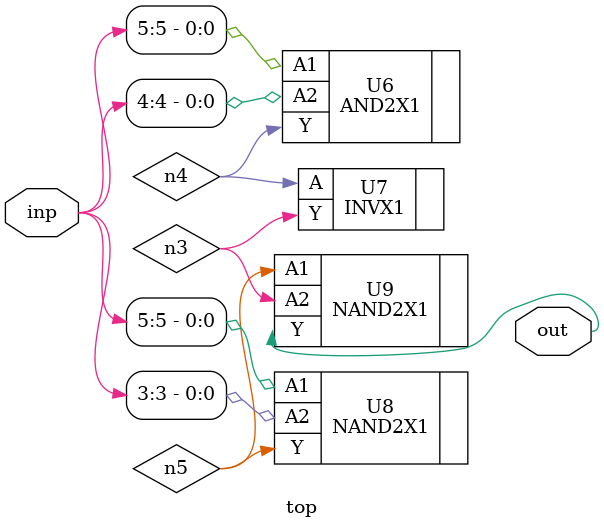
<source format=sv>


module top ( inp, out );
  input [5:0] inp;
  output out;
  wire   n3, n4, n5;

  AND2X1 U6 ( .A1(inp[5]), .A2(inp[4]), .Y(n4) );
  INVX1 U7 ( .A(n4), .Y(n3) );
  NAND2X1 U8 ( .A1(inp[5]), .A2(inp[3]), .Y(n5) );
  NAND2X1 U9 ( .A1(n5), .A2(n3), .Y(out) );
endmodule


</source>
